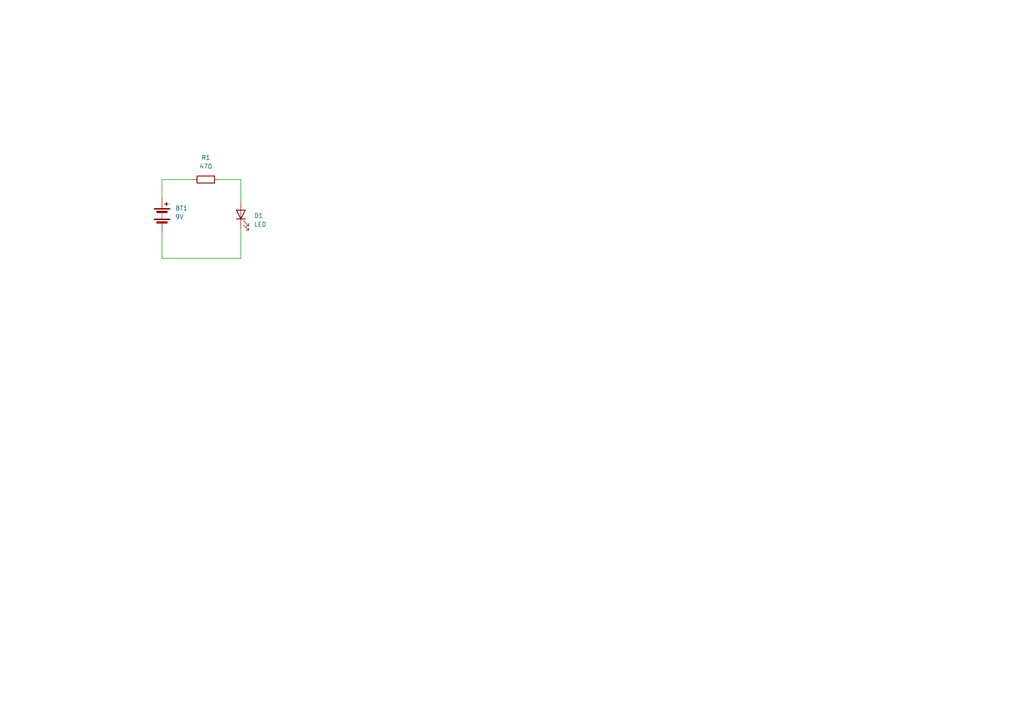
<source format=kicad_sch>
(kicad_sch (version 20231120) (generator "eeschema") (generator_version "8.0")
  (paper "A4")
  (lib_symbols
    (symbol "Device:Battery" (pin_numbers hide) (pin_names (offset 0) hide)
      (property "Reference" "BT" (at 2.54 2.54 0))
      (property "Value" "Battery" (at 2.54 0 0))
      (symbol "Battery_0_1"
        (rectangle (start -2.286 -1.27) (end 2.286 -1.524) (fill (type outline)))
        (rectangle (start -2.286 1.778) (end 2.286 1.524) (fill (type outline)))
        (rectangle (start -1.524 -2.032) (end 1.524 -2.54) (fill (type outline)))
        (rectangle (start -1.524 1.016) (end 1.524 0.508) (fill (type outline)))
        (polyline (pts (xy 0 -1.016) (xy 0 -0.762)))
        (polyline (pts (xy 0 -0.508) (xy 0 -0.254)))
        (polyline (pts (xy 0 0) (xy 0 0.254)))
        (polyline (pts (xy 0 1.778) (xy 0 2.54)))
        (polyline (pts (xy 0.762 3.048) (xy 1.778 3.048)) (stroke (width 0.254)))
        (polyline (pts (xy 1.27 3.556) (xy 1.27 2.54)) (stroke (width 0.254)))
      )
      (symbol "Battery_1_1"
        (pin passive line (at 0 5.08 270) (length 2.54) (name "+") (number "1"))
        (pin passive line (at 0 -5.08 90) (length 2.54) (name "-") (number "2"))
      )
    )
    (symbol "Device:LED" (pin_numbers hide) (pin_names (offset 1.016) hide)
      (property "Reference" "D" (at 0 2.54 0))
      (property "Value" "LED" (at 0 -2.54 0))
      (symbol "LED_0_1"
        (polyline (pts (xy -1.27 -1.27) (xy -1.27 1.27)) (stroke (width 0.254)))
        (polyline (pts (xy -1.27 0) (xy 1.27 0)))
        (polyline (pts (xy 1.27 -1.27) (xy 1.27 1.27) (xy -1.27 0) (xy 1.27 -1.27)) (stroke (width 0.254)))
        (polyline (pts (xy -3.048 -0.762) (xy -4.572 -2.286) (xy -3.81 -2.286) (xy -4.572 -2.286) (xy -4.572 -1.524)))
        (polyline (pts (xy -1.778 -0.762) (xy -3.302 -2.286) (xy -2.54 -2.286) (xy -3.302 -2.286) (xy -3.302 -1.524)))
      )
      (symbol "LED_1_1"
        (pin passive line (at -3.81 0 0) (length 2.54) (name "K") (number "1"))
        (pin passive line (at 3.81 0 180) (length 2.54) (name "A") (number "2"))
      )
    )
    (symbol "Device:R" (pin_numbers hide) (pin_names (offset 0))
      (property "Reference" "R" (at 2.032 0 90))
      (property "Value" "R" (at 0 0 90))
      (symbol "R_0_1"
        (rectangle (start -1.016 -2.54) (end 1.016 2.54) (stroke (width 0.254)))
      )
      (symbol "R_1_1"
        (pin passive line (at 0 3.81 270) (length 1.27) (name "~") (number "1"))
        (pin passive line (at 0 -3.81 90) (length 1.27) (name "~") (number "2"))
      )
    )
  )
  (wire (pts (xy 46.99 74.93) (xy 46.99 67.31)))
  (wire (pts (xy 46.99 52.07) (xy 55.88 52.07)))
  (wire (pts (xy 63.5 52.07) (xy 69.85 52.07)))
  (wire (pts (xy 46.99 57.15) (xy 46.99 52.07)))
  (wire (pts (xy 69.85 66.04) (xy 69.85 74.93)))
  (wire (pts (xy 69.85 52.07) (xy 69.85 58.42)))
  (wire (pts (xy 69.85 74.93) (xy 46.99 74.93)))
  (symbol (lib_id "Device:R") (at 59.69 52.07 90) (unit 1)
    (property "Reference" "R1" (at 59.69 45.72 90))
    (property "Value" "470" (at 59.69 48.26 90))
    (property "Footprint" "Resistor_THT:R_Axial_DIN0309_L9.0mm_D3.2mm_P12.70mm_Horizontal" (effects (hide yes)))
    (property "Description" "Resistor" (effects (hide yes)))
  )
  (symbol (lib_id "Device:Battery") (at 46.99 62.23 0) (unit 1)
    (property "Reference" "BT1" (at 50.8 60.3884 0) (effects (justify left)))
    (property "Value" "9V" (at 50.8 62.9284 0) (effects (justify left)))
    (property "Footprint" "Connector_PinHeader_2.54mm:PinHeader_2x01_P2.54mm_Horizontal" (effects (hide yes)))
    (property "Description" "Multiple-cell battery" (effects (hide yes)))
  )
  (symbol (lib_id "Device:LED") (at 69.85 62.23 90) (unit 1)
    (property "Reference" "D1" (at 73.66 62.5474 90) (effects (justify right)))
    (property "Value" "LED" (at 73.66 65.0874 90) (effects (justify right)))
    (property "Footprint" "LED_THT:LED_D5.0mm" (effects (hide yes)))
    (property "Description" "Light emitting diode" (effects (hide yes)))
  )
)
</source>
